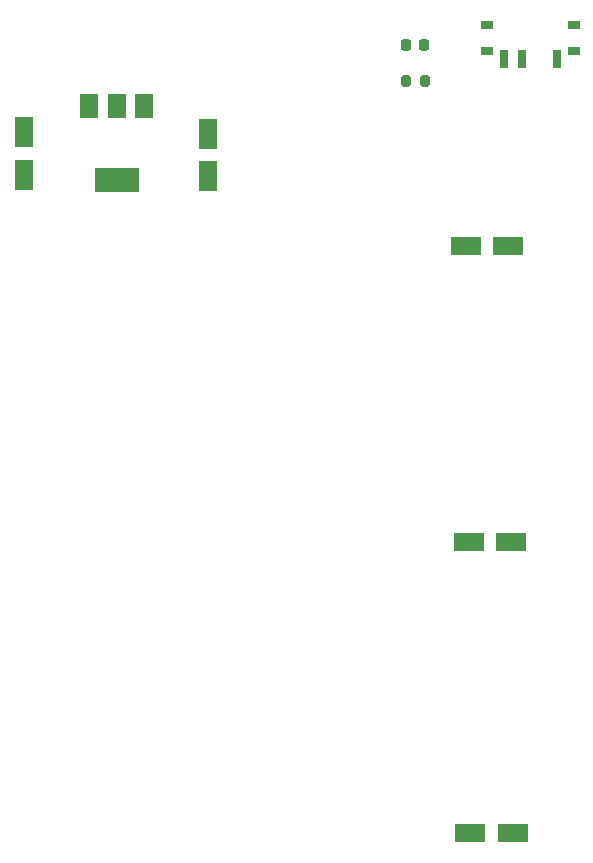
<source format=gbr>
%TF.GenerationSoftware,KiCad,Pcbnew,(6.0.9)*%
%TF.CreationDate,2023-01-29T03:00:28+01:00*%
%TF.ProjectId,Pi Pico Stepper controller,50692050-6963-46f2-9053-746570706572,0.1*%
%TF.SameCoordinates,Original*%
%TF.FileFunction,Paste,Top*%
%TF.FilePolarity,Positive*%
%FSLAX46Y46*%
G04 Gerber Fmt 4.6, Leading zero omitted, Abs format (unit mm)*
G04 Created by KiCad (PCBNEW (6.0.9)) date 2023-01-29 03:00:28*
%MOMM*%
%LPD*%
G01*
G04 APERTURE LIST*
G04 Aperture macros list*
%AMRoundRect*
0 Rectangle with rounded corners*
0 $1 Rounding radius*
0 $2 $3 $4 $5 $6 $7 $8 $9 X,Y pos of 4 corners*
0 Add a 4 corners polygon primitive as box body*
4,1,4,$2,$3,$4,$5,$6,$7,$8,$9,$2,$3,0*
0 Add four circle primitives for the rounded corners*
1,1,$1+$1,$2,$3*
1,1,$1+$1,$4,$5*
1,1,$1+$1,$6,$7*
1,1,$1+$1,$8,$9*
0 Add four rect primitives between the rounded corners*
20,1,$1+$1,$2,$3,$4,$5,0*
20,1,$1+$1,$4,$5,$6,$7,0*
20,1,$1+$1,$6,$7,$8,$9,0*
20,1,$1+$1,$8,$9,$2,$3,0*%
G04 Aperture macros list end*
%ADD10RoundRect,0.250000X0.550000X-1.050000X0.550000X1.050000X-0.550000X1.050000X-0.550000X-1.050000X0*%
%ADD11RoundRect,0.218750X0.218750X0.256250X-0.218750X0.256250X-0.218750X-0.256250X0.218750X-0.256250X0*%
%ADD12RoundRect,0.250000X1.050000X0.550000X-1.050000X0.550000X-1.050000X-0.550000X1.050000X-0.550000X0*%
%ADD13R,1.500000X2.000000*%
%ADD14R,3.800000X2.000000*%
%ADD15RoundRect,0.200000X0.200000X0.275000X-0.200000X0.275000X-0.200000X-0.275000X0.200000X-0.275000X0*%
%ADD16RoundRect,0.250000X-0.550000X1.050000X-0.550000X-1.050000X0.550000X-1.050000X0.550000X1.050000X0*%
%ADD17R,1.000000X0.800000*%
%ADD18R,0.700000X1.500000*%
G04 APERTURE END LIST*
D10*
%TO.C,C5*%
X144399000Y-60753400D03*
X144399000Y-57153400D03*
%TD*%
D11*
%TO.C,D1*%
X162696000Y-49606400D03*
X161121000Y-49606400D03*
%TD*%
D12*
%TO.C,C1*%
X170202000Y-116357400D03*
X166602000Y-116357400D03*
%TD*%
%TO.C,C2*%
X170053000Y-91719400D03*
X166453000Y-91719400D03*
%TD*%
D13*
%TO.C,U2*%
X138952000Y-54787400D03*
D14*
X136652000Y-61087400D03*
D13*
X136652000Y-54787400D03*
X134352000Y-54787400D03*
%TD*%
D15*
%TO.C,R1*%
X162771000Y-52654400D03*
X161121000Y-52654400D03*
%TD*%
D16*
%TO.C,C4*%
X128778000Y-57026400D03*
X128778000Y-60626400D03*
%TD*%
D17*
%TO.C,SW1*%
X175346000Y-50161400D03*
X175346000Y-47951400D03*
X168046000Y-50161400D03*
X168046000Y-47951400D03*
D18*
X173946000Y-50811400D03*
X170946000Y-50811400D03*
X169446000Y-50811400D03*
%TD*%
D12*
%TO.C,C3*%
X169821000Y-66700400D03*
X166221000Y-66700400D03*
%TD*%
M02*

</source>
